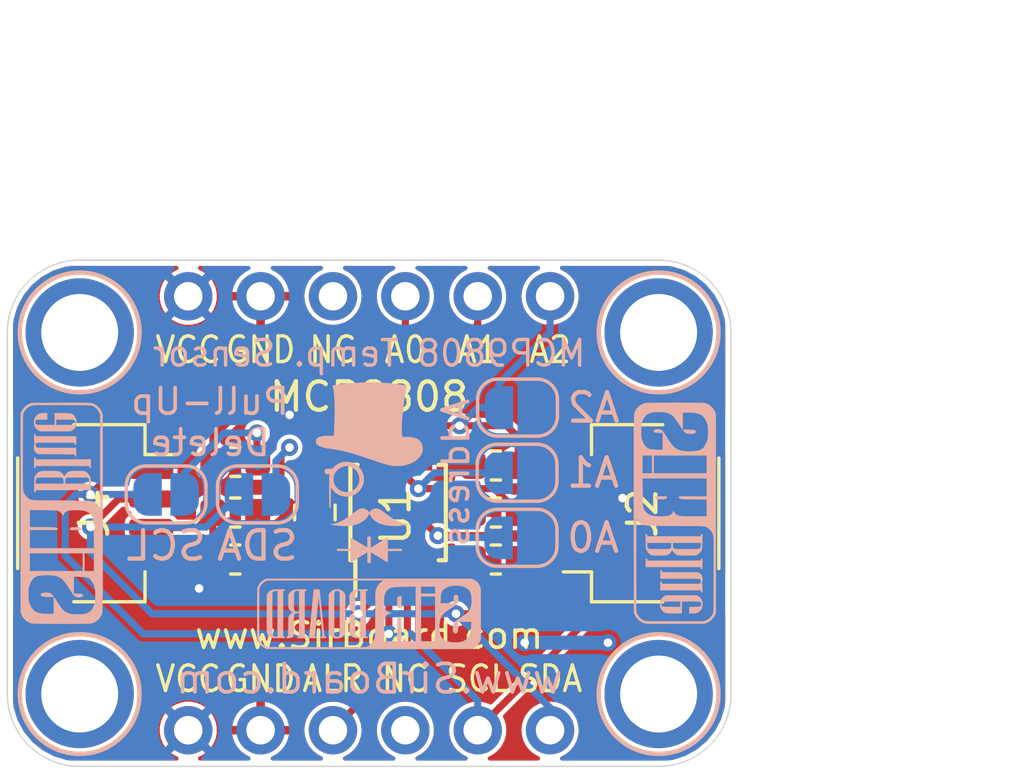
<source format=kicad_pcb>
(kicad_pcb (version 20171130) (host pcbnew "(5.1.2)-2")
  (title_block (title "MCP9808 Breakout") (date 2020-01-23) (rev 2) (company SirBoard) (comment 1 "Selectable Resolution: 0.5°C, 0.25°C, 0.125°C, 0.0625°C") (comment 2 "I2C Temperature Sensor") (comment 3 "MCP9808 - SirBlue"))
  (layers (0 F.Cu signal) (31 B.Cu signal) (34 B.Paste user hide) (35 F.Paste user hide) (36 B.SilkS user) (37 F.SilkS user) (38 B.Mask user hide) (39 F.Mask user hide) (44 Edge.Cuts user))
  (net 0 "")
  (net 1 GND)
  (net 2 VCC)
  (net 3 "Net-(JP2-Pad2)")
  (net 4 SCL)
  (net 5 "Net-(JP3-Pad2)")
  (net 6 SDA)
  (net 7 "Net-(J1-Pad4)")
  (net 8 ALERT)
  (net 9 "Net-(J3-Pad3)")
  (net 10 A0)
  (net 11 A1)
  (net 12 A2)
  (module Capacitor_SMD:C_0805_2012Metric (layer F.Cu) (at 63.373 35.941 270)
    (fp_text reference C1 hide)
    (fp_text value 10uF)
    (pad 2 smd roundrect (at 0.9375 0 270) (size 0.975 1.4) (layers F.Cu F.Paste F.Mask) (net 1 GND))
    (pad 1 smd roundrect (at -0.9375 0 270) (size 0.975 1.4) (layers F.Cu F.Paste F.Mask) (net 2 VCC))
  )
  (module Package_SO:MSOP-8_3x3mm_P0.65mm (layer F.Cu) (at 66.294 35.941 90)
    (fp_text reference U1 (at -0.123 -0.087 90) (layer F.SilkS))
    (fp_text value MCP9808_MSOP)
    (pad 8 smd rect (at 2.2 -0.975 90) (size 1.45 0.45) (layers F.Cu F.Paste F.Mask) (net 2 VCC))
    (pad 7 smd rect (at 2.2 -0.325 90) (size 1.45 0.45) (layers F.Cu F.Paste F.Mask) (net 10 A0))
    (pad 6 smd rect (at 2.2 0.325 90) (size 1.45 0.45) (layers F.Cu F.Paste F.Mask) (net 11 A1))
    (pad 5 smd rect (at 2.2 0.975 90) (size 1.45 0.45) (layers F.Cu F.Paste F.Mask) (net 12 A2))
    (pad 4 smd rect (at -2.2 0.975 90) (size 1.45 0.45) (layers F.Cu F.Paste F.Mask) (net 1 GND))
    (pad 3 smd rect (at -2.2 0.325 90) (size 1.45 0.45) (layers F.Cu F.Paste F.Mask) (net 8 ALERT))
    (pad 2 smd rect (at -2.2 -0.325 90) (size 1.45 0.45) (layers F.Cu F.Paste F.Mask) (net 4 SCL))
    (pad 1 smd rect (at -2.2 -0.975 90) (size 1.45 0.45) (layers F.Cu F.Paste F.Mask) (net 6 SDA))
  )
  (module Resistor_SMD:R_0603_1608Metric (layer F.Cu) (at 60.579 37.592)
    (fp_text reference R6 hide)
    (fp_text value 10K)
    (pad 2 smd roundrect (at 0.7875 0) (size 0.875 0.95) (layers F.Cu F.Paste F.Mask) (net 8 ALERT))
    (pad 1 smd roundrect (at -0.7875 0) (size 0.875 0.95) (layers F.Cu F.Paste F.Mask) (net 2 VCC))
  )
  (module Resistor_SMD:R_0603_1608Metric (layer F.Cu) (at 69.723 37.592 180)
    (fp_text reference R5 hide)
    (fp_text value 10K)
    (pad 2 smd roundrect (at 0.7875 0 180) (size 0.875 0.95) (layers F.Cu F.Paste F.Mask) (net 1 GND))
    (pad 1 smd roundrect (at -0.7875 0 180) (size 0.875 0.95) (layers F.Cu F.Paste F.Mask) (net 10 A0))
  )
  (module Resistor_SMD:R_0603_1608Metric (layer F.Cu) (at 69.723 35.941 180)
    (fp_text reference R4 hide)
    (fp_text value 10K)
    (pad 2 smd roundrect (at 0.7875 0 180) (size 0.875 0.95) (layers F.Cu F.Paste F.Mask) (net 1 GND))
    (pad 1 smd roundrect (at -0.7875 0 180) (size 0.875 0.95) (layers F.Cu F.Paste F.Mask) (net 11 A1))
  )
  (module Resistor_SMD:R_0603_1608Metric (layer F.Cu) (at 69.723 34.29 180)
    (fp_text reference R3 hide)
    (fp_text value 10K)
    (pad 2 smd roundrect (at 0.7875 0 180) (size 0.875 0.95) (layers F.Cu F.Paste F.Mask) (net 1 GND))
    (pad 1 smd roundrect (at -0.7875 0 180) (size 0.875 0.95) (layers F.Cu F.Paste F.Mask) (net 12 A2))
  )
  (module Resistor_SMD:R_0603_1608Metric (layer F.Cu) (at 60.579 34.163)
    (fp_text reference R2 hide)
    (fp_text value 10K)
    (pad 2 smd roundrect (at 0.7875 0) (size 0.875 0.95) (layers F.Cu F.Paste F.Mask) (net 5 "Net-(JP3-Pad2)"))
    (pad 1 smd roundrect (at -0.7875 0) (size 0.875 0.95) (layers F.Cu F.Paste F.Mask) (net 2 VCC))
  )
  (module Resistor_SMD:R_0603_1608Metric (layer F.Cu) (at 60.579 35.941)
    (fp_text reference R1 hide)
    (fp_text value 10K)
    (pad 2 smd roundrect (at 0.7875 0) (size 0.875 0.95) (layers F.Cu F.Paste F.Mask) (net 3 "Net-(JP2-Pad2)"))
    (pad 1 smd roundrect (at -0.7875 0) (size 0.875 0.95) (layers F.Cu F.Paste F.Mask) (net 2 VCC))
  )
  (module Jumper:SolderJumper-2_P1.3mm_Open_RoundedPad1.0x1.5mm (layer B.Cu) (at 70.485 32.258)
    (fp_text reference A2 (at 2.667 0) (layer B.SilkS) (effects (justify mirror)))
    (fp_text value SolderJumper_2_Open)
    (pad 2 smd custom (at 0.65 0) (size 1 0.5) (layers B.Cu B.Mask) (net 2 VCC) (options (clearance outline) (anchor rect)) (primitives (gr_circle (center 0 -0.25) (end 0.5 -0.25) (width 0)) (gr_circle (center 0 0.25) (end 0.5 0.25) (width 0)) (gr_poly (pts (xy 0 0.75) (xy -0.5 0.75) (xy -0.5 -0.75) (xy 0 -0.75)) (width 0))))
    (pad 1 smd custom (at -0.65 0) (size 1 0.5) (layers B.Cu B.Mask) (net 12 A2) (options (clearance outline) (anchor rect)) (primitives (gr_circle (center 0 -0.25) (end 0.5 -0.25) (width 0)) (gr_circle (center 0 0.25) (end 0.5 0.25) (width 0)) (gr_poly (pts (xy 0 0.75) (xy 0.5 0.75) (xy 0.5 -0.75) (xy 0 -0.75)) (width 0))))
  )
  (module Jumper:SolderJumper-2_P1.3mm_Open_RoundedPad1.0x1.5mm (layer B.Cu) (at 70.47 34.544)
    (fp_text reference A1 (at 2.667 0) (layer B.SilkS) (effects (justify mirror)))
    (fp_text value SolderJumper_2_Open)
    (pad 2 smd custom (at 0.65 0) (size 1 0.5) (layers B.Cu B.Mask) (net 2 VCC) (options (clearance outline) (anchor rect)) (primitives (gr_circle (center 0 -0.25) (end 0.5 -0.25) (width 0)) (gr_circle (center 0 0.25) (end 0.5 0.25) (width 0)) (gr_poly (pts (xy 0 0.75) (xy -0.5 0.75) (xy -0.5 -0.75) (xy 0 -0.75)) (width 0))))
    (pad 1 smd custom (at -0.65 0) (size 1 0.5) (layers B.Cu B.Mask) (net 11 A1) (options (clearance outline) (anchor rect)) (primitives (gr_circle (center 0 -0.25) (end 0.5 -0.25) (width 0)) (gr_circle (center 0 0.25) (end 0.5 0.25) (width 0)) (gr_poly (pts (xy 0 0.75) (xy 0.5 0.75) (xy 0.5 -0.75) (xy 0 -0.75)) (width 0))))
  )
  (module Jumper:SolderJumper-2_P1.3mm_Open_RoundedPad1.0x1.5mm (layer B.Cu) (at 58.151 35.306)
    (fp_text reference SCL (at 0 1.8) (layer B.SilkS) (effects (justify mirror)))
    (fp_text value SolderJumper_2_Open)
    (pad 2 smd custom (at 0.65 0) (size 1 0.5) (layers B.Cu B.Mask) (net 5 "Net-(JP3-Pad2)") (options (clearance outline) (anchor rect)) (primitives (gr_circle (center 0 -0.25) (end 0.5 -0.25) (width 0)) (gr_circle (center 0 0.25) (end 0.5 0.25) (width 0)) (gr_poly (pts (xy 0 0.75) (xy -0.5 0.75) (xy -0.5 -0.75) (xy 0 -0.75)) (width 0))))
    (pad 1 smd custom (at -0.65 0) (size 1 0.5) (layers B.Cu B.Mask) (net 4 SCL) (options (clearance outline) (anchor rect)) (primitives (gr_circle (center 0 -0.25) (end 0.5 -0.25) (width 0)) (gr_circle (center 0 0.25) (end 0.5 0.25) (width 0)) (gr_poly (pts (xy 0 0.75) (xy 0.5 0.75) (xy 0.5 -0.75) (xy 0 -0.75)) (width 0))))
  )
  (module Jumper:SolderJumper-2_P1.3mm_Open_RoundedPad1.0x1.5mm (layer B.Cu) (at 61.356 35.306)
    (fp_text reference SDA (at 0 1.8) (layer B.SilkS) (effects (justify mirror)))
    (fp_text value SolderJumper_2_Open)
    (pad 2 smd custom (at 0.65 0) (size 1 0.5) (layers B.Cu B.Mask) (net 3 "Net-(JP2-Pad2)") (options (clearance outline) (anchor rect)) (primitives (gr_circle (center 0 -0.25) (end 0.5 -0.25) (width 0)) (gr_circle (center 0 0.25) (end 0.5 0.25) (width 0)) (gr_poly (pts (xy 0 0.75) (xy -0.5 0.75) (xy -0.5 -0.75) (xy 0 -0.75)) (width 0))))
    (pad 1 smd custom (at -0.65 0) (size 1 0.5) (layers B.Cu B.Mask) (net 6 SDA) (options (clearance outline) (anchor rect)) (primitives (gr_circle (center 0 -0.25) (end 0.5 -0.25) (width 0)) (gr_circle (center 0 0.25) (end 0.5 0.25) (width 0)) (gr_poly (pts (xy 0 0.75) (xy 0.5 0.75) (xy 0.5 -0.75) (xy 0 -0.75)) (width 0))))
  )
  (module Jumper:SolderJumper-2_P1.3mm_Open_RoundedPad1.0x1.5mm (layer B.Cu) (at 70.47 36.83)
    (fp_text reference A0 (at 2.667 0) (layer B.SilkS) (effects (justify mirror)))
    (fp_text value SolderJumper_2_Open)
    (pad 2 smd custom (at 0.65 0) (size 1 0.5) (layers B.Cu B.Mask) (net 2 VCC) (options (clearance outline) (anchor rect)) (primitives (gr_circle (center 0 -0.25) (end 0.5 -0.25) (width 0)) (gr_circle (center 0 0.25) (end 0.5 0.25) (width 0)) (gr_poly (pts (xy 0 0.75) (xy -0.5 0.75) (xy -0.5 -0.75) (xy 0 -0.75)) (width 0))))
    (pad 1 smd custom (at -0.65 0) (size 1 0.5) (layers B.Cu B.Mask) (net 10 A0) (options (clearance outline) (anchor rect)) (primitives (gr_circle (center 0 -0.25) (end 0.5 -0.25) (width 0)) (gr_circle (center 0 0.25) (end 0.5 0.25) (width 0)) (gr_poly (pts (xy 0 0.75) (xy 0.5 0.75) (xy 0.5 -0.75) (xy 0 -0.75)) (width 0))))
  )
  (module logo:SirBoard79x25 (layer B.Cu) (at 65.278 39.497 180)
    (fp_text reference G*** hide)
    (fp_text value LOGO hide)
  )
  (module logo:logo63x89 (layer B.Cu) (at 65.278 34.544 180)
    (fp_text reference G*** hide)
    (fp_text value LOGO hide)
  )
  (module logo:SirBlue78x29 (layer B.Cu) (at 76.0095 35.9664 270)
    (fp_text reference G*** hide)
    (fp_text value LOGO hide)
  )
  (module logo:SirBlue78x29 (layer B.Cu) (at 54.483 35.9664 90)
    (fp_text reference G*** hide)
    (fp_text value LOGO hide)
  )
  (module Connector_PinHeader_2.54mm:PinHeader_1x06_P2.54mm_Vertical (layer B.Cu) (at 58.928 28.3464 270)
    (fp_text reference J3 hide)
    (fp_text value Conn_01x06)
    (pad 6 thru_hole oval (at 0 -12.7 270) (size 1.7 1.7) (drill 1) (layers *.Cu *.Mask) (net 12 A2))
    (pad 5 thru_hole oval (at 0 -10.16 270) (size 1.7 1.7) (drill 1) (layers *.Cu *.Mask) (net 11 A1))
    (pad 4 thru_hole oval (at 0 -7.62 270) (size 1.7 1.7) (drill 1) (layers *.Cu *.Mask) (net 10 A0))
    (pad 3 thru_hole oval (at 0 -5.08 270) (size 1.7 1.7) (drill 1) (layers *.Cu *.Mask) (net 9 "Net-(J3-Pad3)"))
    (pad 2 thru_hole oval (at 0 -2.54 270) (size 1.7 1.7) (drill 1) (layers *.Cu *.Mask) (net 1 GND))
    (pad 1 thru_hole circle (at 0 0 270) (size 1.7 1.7) (drill 1) (layers *.Cu *.Mask) (net 2 VCC))
  )
  (module Connector_PinHeader_2.54mm:PinHeader_1x06_P2.54mm_Vertical (layer B.Cu) (at 58.928 43.5864 270)
    (fp_text reference J1 hide)
    (fp_text value Conn_01x06)
    (pad 6 thru_hole oval (at 0 -12.7 270) (size 1.7 1.7) (drill 1) (layers *.Cu *.Mask) (net 6 SDA))
    (pad 5 thru_hole oval (at 0 -10.16 270) (size 1.7 1.7) (drill 1) (layers *.Cu *.Mask) (net 4 SCL))
    (pad 4 thru_hole oval (at 0 -7.62 270) (size 1.7 1.7) (drill 1) (layers *.Cu *.Mask) (net 7 "Net-(J1-Pad4)"))
    (pad 3 thru_hole oval (at 0 -5.08 270) (size 1.7 1.7) (drill 1) (layers *.Cu *.Mask) (net 8 ALERT))
    (pad 2 thru_hole oval (at 0 -2.54 270) (size 1.7 1.7) (drill 1) (layers *.Cu *.Mask) (net 1 GND))
    (pad 1 thru_hole circle (at 0 0 270) (size 1.7 1.7) (drill 1) (layers *.Cu *.Mask) (net 2 VCC))
  )
  (module Connector_JST:JST_SH_SM04B-SRSS-TB_1x04-1MP_P1.00mm_Horizontal (layer F.Cu) (at 55.626 35.9664 270)
    (fp_text reference J4 (at 0 0 270) (layer F.SilkS))
    (fp_text value Conn_01x04)
    (pad MP smd roundrect (at 2.8 1.875 270) (size 1.2 1.8) (layers F.Cu F.Paste F.Mask) (roundrect_rratio 0.208333))
    (pad MP smd roundrect (at -2.8 1.875 270) (size 1.2 1.8) (layers F.Cu F.Paste F.Mask) (roundrect_rratio 0.208333))
    (pad 4 smd roundrect (at 1.5 -2 270) (size 0.6 1.55) (layers F.Cu F.Paste F.Mask) (net 1 GND))
    (pad 3 smd roundrect (at 0.5 -2 270) (size 0.6 1.55) (layers F.Cu F.Paste F.Mask) (net 2 VCC))
    (pad 2 smd roundrect (at -0.5 -2 270) (size 0.6 1.55) (layers F.Cu F.Paste F.Mask) (net 6 SDA))
    (pad 1 smd roundrect (at -1.5 -2 270) (size 0.6 1.55) (layers F.Cu F.Paste F.Mask) (net 4 SCL))
  )
  (module Connector_JST:JST_SH_SM04B-SRSS-TB_1x04-1MP_P1.00mm_Horizontal (layer F.Cu) (at 74.8665 35.9664 90)
    (fp_text reference J2 (at 0 0 90) (layer F.SilkS))
    (fp_text value Conn_01x04)
    (pad MP smd roundrect (at 2.8 1.875 90) (size 1.2 1.8) (layers F.Cu F.Paste F.Mask) (roundrect_rratio 0.208333))
    (pad MP smd roundrect (at -2.8 1.875 90) (size 1.2 1.8) (layers F.Cu F.Paste F.Mask) (roundrect_rratio 0.208333))
    (pad 4 smd roundrect (at 1.5 -2 90) (size 0.6 1.55) (layers F.Cu F.Paste F.Mask) (net 1 GND))
    (pad 3 smd roundrect (at 0.5 -2 90) (size 0.6 1.55) (layers F.Cu F.Paste F.Mask) (net 2 VCC))
    (pad 2 smd roundrect (at -0.5 -2 90) (size 0.6 1.55) (layers F.Cu F.Paste F.Mask) (net 6 SDA))
    (pad 1 smd roundrect (at -1.5 -2 90) (size 0.6 1.55) (layers F.Cu F.Paste F.Mask) (net 4 SCL))
  )
  (module SirBoardLibrary:MountingHole_M2.5_SirBoard (layer F.Cu) (at 55.118 42.3164 270)
    (fp_text reference H1 hide)
    (fp_text value MountingHole)
    (pad 1 thru_hole circle (at 0 0 270) (size 3.8 3.8) (drill 2.7) (layers *.Cu *.Mask))
  )
  (module SirBoardLibrary:MountingHole_M2.5_SirBoard (layer F.Cu) (at 55.118 29.6164 270)
    (fp_text reference H2 hide)
    (fp_text value MountingHole)
    (pad 1 thru_hole circle (at 0 0 270) (size 3.8 3.8) (drill 2.7) (layers *.Cu *.Mask))
  )
  (module SirBoardLibrary:MountingHole_M2.5_SirBoard (layer F.Cu) (at 75.438 42.3164 90)
    (fp_text reference H3 hide)
    (fp_text value MountingHole)
    (pad 1 thru_hole circle (at 0 0 90) (size 3.8 3.8) (drill 2.7) (layers *.Cu *.Mask))
  )
  (module SirBoardLibrary:MountingHole_M2.5_SirBoard (layer F.Cu) (at 75.438 29.6164 90)
    (fp_text reference H4 hide)
    (fp_text value MountingHole)
    (pad 1 thru_hole circle (at 0 0 90) (size 3.8 3.8) (drill 2.7) (layers *.Cu *.Mask))
  )
  (gr_text www.SirBoard.com (at 65.278 40.259) (layer F.SilkS) (effects (font (size 0.9 0.9) (thickness 0.13))))
  (gr_text Address (at 68.326 34.544 90) (layer B.SilkS) (effects (font (size 0.9 0.9) (thickness 0.13)) (justify mirror)))
  (gr_text VCC (at 58.928 30.226) (layer F.SilkS) (effects (font (size 0.9 0.8) (thickness 0.12))))
  (gr_text A2 (at 71.628 30.226) (layer F.SilkS) (effects (font (size 0.9 0.8) (thickness 0.12))))
  (gr_text A1 (at 69.088 30.226) (layer F.SilkS) (effects (font (size 0.9 0.8) (thickness 0.12))))
  (gr_text A0 (at 66.548 30.226) (layer F.SilkS) (effects (font (size 0.9 0.8) (thickness 0.12))))
  (gr_text NC (at 64.008 30.226) (layer F.SilkS) (effects (font (size 0.9 0.8) (thickness 0.12))))
  (gr_text ALR (at 64.008 41.783) (layer F.SilkS) (effects (font (size 0.9 0.8) (thickness 0.12))))
  (gr_text NC (at 66.548 41.783) (layer F.SilkS) (effects (font (size 0.9 0.8) (thickness 0.12))))
  (gr_text MCP9808 (at 65.278 31.877) (layer F.SilkS) (effects (font (size 1 1))))
  (gr_text "Pull-Up\nDelete" (at 59.69 32.766) (layer B.SilkS) (effects (font (size 0.9 0.9) (thickness 0.13)) (justify mirror)))
  (gr_text GND (at 61.468 30.226) (layer F.SilkS) (effects (font (size 0.9 0.8) (thickness 0.12))))
  (gr_text VCC (at 58.928 41.783) (layer F.SilkS) (effects (font (size 0.9 0.8) (thickness 0.12))))
  (gr_text GND (at 61.468 41.783) (layer F.SilkS) (effects (font (size 0.9 0.8) (thickness 0.12))))
  (gr_text SCL (at 69.088 41.783) (layer F.SilkS) (effects (font (size 0.9 0.8) (thickness 0.12))))
  (gr_text SDA (at 71.628 41.783) (layer F.SilkS) (effects (font (size 0.9 0.8) (thickness 0.12))))
  (gr_arc (start 55.118 29.6164) (end 55.118 27.0764) (angle -90) (layer Edge.Cuts) (width 0.05))
  (gr_arc (start 75.438 29.6164) (end 77.978 29.6164) (angle -90) (layer Edge.Cuts) (width 0.05))
  (gr_arc (start 75.438 42.3164) (end 75.438 44.8564) (angle -90) (layer Edge.Cuts) (width 0.05))
  (gr_arc (start 55.118 42.3164) (end 52.578 42.3164) (angle -90) (layer Edge.Cuts) (width 0.05))
  (gr_line (start 52.578 42.3164) (end 52.578 29.6164) (layer Edge.Cuts) (width 0.05))
  (gr_line (start 55.118 27.0764) (end 75.438 27.0764) (layer Edge.Cuts) (width 0.05))
  (gr_line (start 77.978 29.6164) (end 77.978 42.3164) (layer Edge.Cuts) (width 0.05))
  (gr_line (start 75.438 44.8564) (end 55.118 44.8564) (layer Edge.Cuts) (width 0.05))
  (gr_text "MCP9808 Temp. Sensor" (at 65.278 30.353) (layer B.SilkS) (effects (font (size 0.9 0.85) (thickness 0.12)) (justify mirror)))
  (gr_text www.SirBoard.com (at 65.278 41.783) (layer B.SilkS) (effects (font (size 1 1) (thickness 0.13)) (justify mirror)))
  (via (at 70.739 40.513) (size 0.6) (drill 0.3) (layers F.Cu B.Cu) (net 1))
  (via (at 73.66 40.513) (size 0.6) (drill 0.3) (layers F.Cu B.Cu) (net 1))
  (segment (start 70.739 40.513) (end 73.66 40.513) (width 0.5) (layer B.Cu) (net 1))
  (segment (start 63.373 34.1376) (end 63.373 35.0035) (width 0.25) (layer F.Cu) (net 2))
  (segment (start 65.319 33.741) (end 63.7696 33.741) (width 0.25) (layer F.Cu) (net 2))
  (segment (start 63.7696 33.741) (end 63.373 34.1376) (width 0.25) (layer F.Cu) (net 2))
  (segment (start 59.7915 34.163) (end 59.7915 37.592) (width 0.25) (layer F.Cu) (net 2))
  (segment (start 59.2661 36.4664) (end 59.7915 35.941) (width 0.25) (layer F.Cu) (net 2))
  (segment (start 57.626 36.4664) (end 59.2661 36.4664) (width 0.25) (layer F.Cu) (net 2))
  (segment (start 59.7915 34.163) (end 59.7915 33.2995) (width 0.25) (layer F.Cu) (net 2))
  (segment (start 59.7915 33.2995) (end 60.579 32.512) (width 0.25) (layer F.Cu) (net 2))
  (segment (start 62.5406 32.512) (end 63.7696 33.741) (width 0.25) (layer F.Cu) (net 2))
  (segment (start 60.579 32.512) (end 62.484 32.512) (width 0.25) (layer F.Cu) (net 2))
  (segment (start 62.484 32.512) (end 62.5406 32.512) (width 0.25) (layer F.Cu) (net 2))
  (via (at 62.484 32.512) (size 0.6) (drill 0.3) (layers F.Cu B.Cu) (net 2))
  (via (at 59.309 38.608) (size 0.6) (drill 0.3) (layers F.Cu B.Cu) (net 2))
  (segment (start 59.7915 37.592) (end 59.7915 38.1255) (width 0.25) (layer F.Cu) (net 2))
  (segment (start 59.7915 38.1255) (end 59.309 38.608) (width 0.25) (layer F.Cu) (net 2))
  (via (at 74.168 35.433) (size 0.6) (drill 0.3) (layers F.Cu B.Cu) (net 2))
  (segment (start 72.8665 35.4664) (end 74.1346 35.4664) (width 0.25) (layer F.Cu) (net 2))
  (segment (start 74.1346 35.4664) (end 74.168 35.433) (width 0.25) (layer F.Cu) (net 2))
  (via (at 62.484 33.655) (size 0.6) (drill 0.3) (layers F.Cu B.Cu) (net 3))
  (segment (start 62.006 35.306) (end 62.006 34.133) (width 0.25) (layer B.Cu) (net 3))
  (segment (start 62.006 34.133) (end 62.484 33.655) (width 0.25) (layer B.Cu) (net 3))
  (segment (start 61.849 35.941) (end 61.3665 35.941) (width 0.25) (layer F.Cu) (net 3))
  (segment (start 62.184001 35.605999) (end 61.849 35.941) (width 0.25) (layer F.Cu) (net 3))
  (segment (start 62.484 33.655) (end 62.184001 33.954999) (width 0.25) (layer F.Cu) (net 3))
  (segment (start 62.184001 33.954999) (end 62.184001 35.605999) (width 0.25) (layer F.Cu) (net 3))
  (via (at 55.499 35.306) (size 0.6) (drill 0.3) (layers F.Cu B.Cu) (net 4))
  (segment (start 57.626 34.4664) (end 56.3386 34.4664) (width 0.25) (layer F.Cu) (net 4))
  (segment (start 56.3386 34.4664) (end 55.499 35.306) (width 0.25) (layer F.Cu) (net 4))
  (segment (start 55.499 35.306) (end 57.501 35.306) (width 0.25) (layer B.Cu) (net 4))
  (via (at 65.969004 40.202996) (size 0.6) (drill 0.3) (layers F.Cu B.Cu) (net 4))
  (segment (start 65.969 38.141) (end 65.969 40.202992) (width 0.25) (layer F.Cu) (net 4))
  (segment (start 65.969 40.202992) (end 65.969004 40.202996) (width 0.25) (layer F.Cu) (net 4))
  (segment (start 66.745996 40.202996) (end 65.969004 40.202996) (width 0.25) (layer B.Cu) (net 4))
  (segment (start 69.088 43.5864) (end 69.088 42.545) (width 0.25) (layer B.Cu) (net 4))
  (segment (start 69.088 42.545) (end 66.745996 40.202996) (width 0.25) (layer B.Cu) (net 4))
  (segment (start 72.8665 39.7825) (end 72.8665 37.4664) (width 0.25) (layer F.Cu) (net 4))
  (segment (start 69.088 43.5864) (end 69.088 43.561) (width 0.25) (layer F.Cu) (net 4))
  (segment (start 69.088 43.561) (end 72.8665 39.7825) (width 0.25) (layer F.Cu) (net 4))
  (segment (start 55.499 35.306) (end 54.991 35.306) (width 0.25) (layer B.Cu) (net 4))
  (segment (start 54.991 35.306) (end 54.61 35.687) (width 0.25) (layer B.Cu) (net 4))
  (segment (start 54.61 35.687) (end 54.61 37.465) (width 0.25) (layer B.Cu) (net 4))
  (segment (start 57.347996 40.202996) (end 65.969004 40.202996) (width 0.25) (layer B.Cu) (net 4))
  (segment (start 54.61 37.465) (end 57.347996 40.202996) (width 0.25) (layer B.Cu) (net 4))
  (via (at 61.341 33.147) (size 0.6) (drill 0.3) (layers F.Cu B.Cu) (net 5))
  (segment (start 61.341 34.1375) (end 61.3665 34.163) (width 0.25) (layer F.Cu) (net 5))
  (segment (start 61.341 33.147) (end 61.341 34.1375) (width 0.25) (layer F.Cu) (net 5))
  (segment (start 60.198 33.147) (end 61.341 33.147) (width 0.25) (layer B.Cu) (net 5))
  (segment (start 58.801 35.306) (end 58.801 34.544) (width 0.25) (layer B.Cu) (net 5))
  (segment (start 58.801 34.544) (end 60.198 33.147) (width 0.25) (layer B.Cu) (net 5))
  (via (at 55.499 36.448994) (size 0.6) (drill 0.3) (layers F.Cu B.Cu) (net 6))
  (segment (start 56.481594 35.4664) (end 55.798999 36.148995) (width 0.25) (layer F.Cu) (net 6))
  (segment (start 55.798999 36.148995) (end 55.499 36.448994) (width 0.25) (layer F.Cu) (net 6))
  (segment (start 57.626 35.4664) (end 56.481594 35.4664) (width 0.25) (layer F.Cu) (net 6))
  (segment (start 55.923264 36.448994) (end 55.499 36.448994) (width 0.25) (layer B.Cu) (net 6))
  (segment (start 59.563006 36.448994) (end 55.923264 36.448994) (width 0.25) (layer B.Cu) (net 6))
  (segment (start 60.706 35.306) (end 59.563006 36.448994) (width 0.25) (layer B.Cu) (net 6))
  (via (at 64.897 39.497) (size 0.6) (drill 0.3) (layers F.Cu B.Cu) (net 6))
  (segment (start 65.319 38.141) (end 65.319 39.075) (width 0.25) (layer F.Cu) (net 6))
  (segment (start 65.319 39.075) (end 64.897 39.497) (width 0.25) (layer F.Cu) (net 6))
  (segment (start 71.628 42.799) (end 71.628 43.5864) (width 0.25) (layer B.Cu) (net 6))
  (segment (start 64.897 39.497) (end 68.326 39.497) (width 0.25) (layer B.Cu) (net 6))
  (segment (start 68.326 39.497) (end 71.628 42.799) (width 0.25) (layer B.Cu) (net 6))
  (segment (start 68.326 39.497) (end 68.326 39.497) (width 0.25) (layer B.Cu) (net 6))
  (via (at 68.326 39.497) (size 0.6) (drill 0.3) (layers F.Cu B.Cu) (net 6))
  (segment (start 72.8665 36.4664) (end 71.7376 36.4664) (width 0.25) (layer F.Cu) (net 6))
  (segment (start 71.7376 36.4664) (end 71.501 36.703) (width 0.25) (layer F.Cu) (net 6))
  (segment (start 71.501 36.703) (end 71.501 38.989) (width 0.25) (layer F.Cu) (net 6))
  (segment (start 71.501 38.989) (end 70.993 39.497) (width 0.25) (layer F.Cu) (net 6))
  (segment (start 70.993 39.497) (end 68.326 39.497) (width 0.25) (layer F.Cu) (net 6))
  (segment (start 57.658 39.497) (end 64.897 39.497) (width 0.25) (layer B.Cu) (net 6))
  (segment (start 55.499 36.448994) (end 55.499 37.338) (width 0.25) (layer B.Cu) (net 6))
  (segment (start 55.499 37.338) (end 57.658 39.497) (width 0.25) (layer B.Cu) (net 6))
  (segment (start 64.008 43.561) (end 64.008 43.5864) (width 0.25) (layer F.Cu) (net 8))
  (segment (start 66.619 38.141) (end 66.619 40.95) (width 0.25) (layer F.Cu) (net 8))
  (segment (start 66.619 40.95) (end 64.008 43.561) (width 0.25) (layer F.Cu) (net 8))
  (segment (start 61.3665 37.592) (end 61.8745 38.1) (width 0.25) (layer F.Cu) (net 8))
  (segment (start 61.8745 38.1) (end 64.135 38.1) (width 0.25) (layer F.Cu) (net 8))
  (segment (start 64.135 38.1) (end 64.516 37.719) (width 0.25) (layer F.Cu) (net 8))
  (segment (start 64.516 37.719) (end 64.516 37.211) (width 0.25) (layer F.Cu) (net 8))
  (segment (start 64.516 37.211) (end 64.897 36.83) (width 0.25) (layer F.Cu) (net 8))
  (segment (start 64.897 36.83) (end 66.294 36.83) (width 0.25) (layer F.Cu) (net 8))
  (segment (start 66.619 37.155) (end 66.619 38.141) (width 0.25) (layer F.Cu) (net 8))
  (segment (start 66.294 36.83) (end 66.619 37.155) (width 0.25) (layer F.Cu) (net 8))
  (segment (start 65.969 33.741) (end 65.969 35.0318) (width 0.25) (layer F.Cu) (net 10))
  (segment (start 65.969 35.0318) (end 67.691 36.7538) (width 0.25) (layer F.Cu) (net 10))
  (segment (start 69.6723 36.7538) (end 70.5105 37.592) (width 0.25) (layer F.Cu) (net 10))
  (segment (start 67.691 36.7538) (end 69.6723 36.7538) (width 0.25) (layer F.Cu) (net 10))
  (via (at 67.691 36.7538) (size 0.6) (drill 0.3) (layers F.Cu B.Cu) (net 10))
  (segment (start 67.75445 36.81725) (end 67.691 36.7538) (width 0.25) (layer B.Cu) (net 10))
  (segment (start 69.73575 36.81725) (end 67.75445 36.81725) (width 0.25) (layer B.Cu) (net 10))
  (segment (start 65.969 33.741) (end 65.969 31.44) (width 0.25) (layer F.Cu) (net 10))
  (segment (start 66.548 30.861) (end 66.548 28.3464) (width 0.25) (layer F.Cu) (net 10))
  (segment (start 65.969 31.44) (end 66.548 30.861) (width 0.25) (layer F.Cu) (net 10))
  (segment (start 66.619 34.716) (end 67.0058 35.1028) (width 0.25) (layer F.Cu) (net 11))
  (segment (start 66.619 33.741) (end 66.619 34.716) (width 0.25) (layer F.Cu) (net 11))
  (segment (start 69.6723 35.1028) (end 70.5105 35.941) (width 0.25) (layer F.Cu) (net 11))
  (segment (start 67.0058 35.1028) (end 69.6723 35.1028) (width 0.25) (layer F.Cu) (net 11))
  (via (at 67.0058 35.1028) (size 0.6) (drill 0.3) (layers F.Cu B.Cu) (net 11))
  (segment (start 67.5646 34.544) (end 67.0058 35.1028) (width 0.25) (layer B.Cu) (net 11))
  (segment (start 69.85 34.544) (end 67.5646 34.544) (width 0.25) (layer B.Cu) (net 11))
  (segment (start 66.619 31.806) (end 66.619 33.741) (width 0.25) (layer F.Cu) (net 11))
  (segment (start 69.088 28.3464) (end 69.088 29.337) (width 0.25) (layer F.Cu) (net 11))
  (segment (start 69.088 29.337) (end 66.619 31.806) (width 0.25) (layer F.Cu) (net 11))
  (segment (start 67.269 33.241) (end 67.617 32.893) (width 0.25) (layer F.Cu) (net 12))
  (segment (start 67.269 33.741) (end 67.269 33.241) (width 0.25) (layer F.Cu) (net 12))
  (segment (start 70.5105 33.2995) (end 70.5105 34.29) (width 0.25) (layer F.Cu) (net 12))
  (segment (start 70.104 32.893) (end 70.5105 33.2995) (width 0.25) (layer F.Cu) (net 12))
  (via (at 68.453 32.893) (size 0.6) (drill 0.3) (layers F.Cu B.Cu) (net 12))
  (segment (start 67.617 32.893) (end 68.453 32.893) (width 0.25) (layer F.Cu) (net 12))
  (segment (start 68.453 32.893) (end 70.104 32.893) (width 0.25) (layer F.Cu) (net 12))
  (segment (start 69.088 32.258) (end 68.453 32.893) (width 0.25) (layer B.Cu) (net 12))
  (segment (start 69.85 32.258) (end 69.088 32.258) (width 0.25) (layer B.Cu) (net 12))
  (segment (start 69.835 31.410408) (end 71.628 29.617408) (width 0.25) (layer B.Cu) (net 12))
  (segment (start 69.835 32.258) (end 69.835 31.410408) (width 0.25) (layer B.Cu) (net 12))
  (segment (start 71.628 29.617408) (end 71.628 28.3464) (width 0.25) (layer B.Cu) (net 12))
  (zone (net 2) (net_name VCC) (layer B.Cu) (connect_pads (clearance 0.15)) (min_thickness 0.15) (fill yes (arc_segments 32) (thermal_gap 0.2) (thermal_bridge_width 0.3))
    (polygon (pts (xy 52.7812 27.2796) (xy 77.7748 27.2796) (xy 77.7748 44.6532) (xy 52.7812 44.6532)))
  )
  (zone (net 1) (net_name GND) (layer F.Cu) (connect_pads (clearance 0.15)) (min_thickness 0.15) (fill yes (arc_segments 32) (thermal_gap 0.2) (thermal_bridge_width 0.3))
    (polygon (pts (xy 52.7812 27.2796) (xy 77.7748 27.2796) (xy 77.7748 44.6532) (xy 52.7812 44.6532)))
  )
)
</source>
